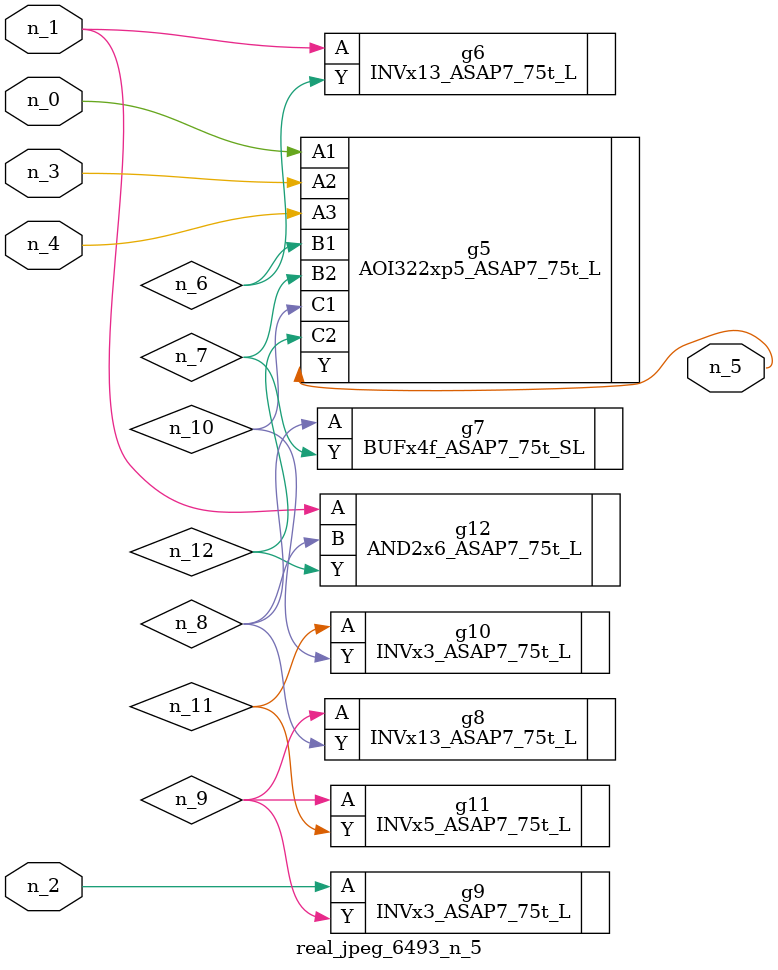
<source format=v>
module real_jpeg_6493_n_5 (n_4, n_0, n_1, n_2, n_3, n_5);

input n_4;
input n_0;
input n_1;
input n_2;
input n_3;

output n_5;

wire n_12;
wire n_8;
wire n_11;
wire n_6;
wire n_7;
wire n_10;
wire n_9;

AOI322xp5_ASAP7_75t_L g5 ( 
.A1(n_0),
.A2(n_3),
.A3(n_4),
.B1(n_6),
.B2(n_7),
.C1(n_10),
.C2(n_12),
.Y(n_5)
);

INVx13_ASAP7_75t_L g6 ( 
.A(n_1),
.Y(n_6)
);

AND2x6_ASAP7_75t_L g12 ( 
.A(n_1),
.B(n_8),
.Y(n_12)
);

INVx3_ASAP7_75t_L g9 ( 
.A(n_2),
.Y(n_9)
);

BUFx4f_ASAP7_75t_SL g7 ( 
.A(n_8),
.Y(n_7)
);

INVx13_ASAP7_75t_L g8 ( 
.A(n_9),
.Y(n_8)
);

INVx5_ASAP7_75t_L g11 ( 
.A(n_9),
.Y(n_11)
);

INVx3_ASAP7_75t_L g10 ( 
.A(n_11),
.Y(n_10)
);


endmodule
</source>
